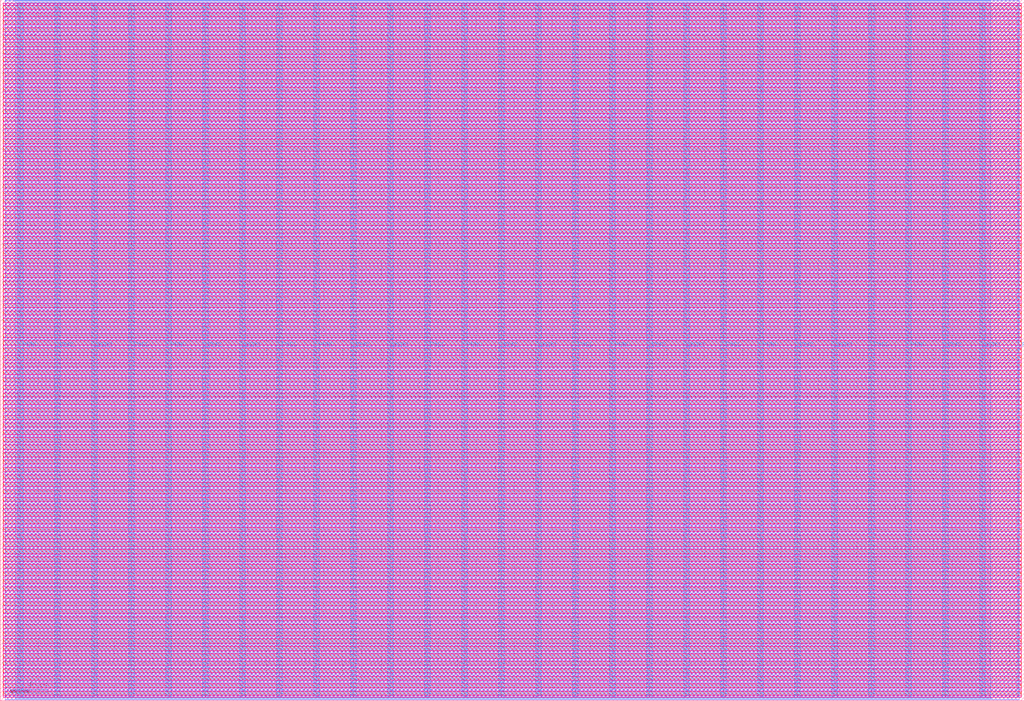
<source format=lef>
VERSION 5.7 ;
  NOWIREEXTENSIONATPIN ON ;
  DIVIDERCHAR "/" ;
  BUSBITCHARS "[]" ;
MACRO tt_um_algofoogle_raybox_zero
  CLASS BLOCK ;
  FOREIGN tt_um_algofoogle_raybox_zero ;
  ORIGIN 0.000 0.000 ;
  SIZE 1075.760 BY 736.960 ;
  PIN VGND
    DIRECTION INOUT ;
    USE GROUND ;
    PORT
      LAYER Metal4 ;
        RECT 22.180 3.620 23.780 733.340 ;
    END
    PORT
      LAYER Metal4 ;
        RECT 61.050 3.620 62.650 733.340 ;
    END
    PORT
      LAYER Metal4 ;
        RECT 99.920 3.620 101.520 733.340 ;
    END
    PORT
      LAYER Metal4 ;
        RECT 138.790 3.620 140.390 733.340 ;
    END
    PORT
      LAYER Metal4 ;
        RECT 177.660 3.620 179.260 733.340 ;
    END
    PORT
      LAYER Metal4 ;
        RECT 216.530 3.620 218.130 733.340 ;
    END
    PORT
      LAYER Metal4 ;
        RECT 255.400 3.620 257.000 733.340 ;
    END
    PORT
      LAYER Metal4 ;
        RECT 294.270 3.620 295.870 733.340 ;
    END
    PORT
      LAYER Metal4 ;
        RECT 333.140 3.620 334.740 733.340 ;
    END
    PORT
      LAYER Metal4 ;
        RECT 372.010 3.620 373.610 733.340 ;
    END
    PORT
      LAYER Metal4 ;
        RECT 410.880 3.620 412.480 733.340 ;
    END
    PORT
      LAYER Metal4 ;
        RECT 449.750 3.620 451.350 733.340 ;
    END
    PORT
      LAYER Metal4 ;
        RECT 488.620 3.620 490.220 733.340 ;
    END
    PORT
      LAYER Metal4 ;
        RECT 527.490 3.620 529.090 733.340 ;
    END
    PORT
      LAYER Metal4 ;
        RECT 566.360 3.620 567.960 733.340 ;
    END
    PORT
      LAYER Metal4 ;
        RECT 605.230 3.620 606.830 733.340 ;
    END
    PORT
      LAYER Metal4 ;
        RECT 644.100 3.620 645.700 733.340 ;
    END
    PORT
      LAYER Metal4 ;
        RECT 682.970 3.620 684.570 733.340 ;
    END
    PORT
      LAYER Metal4 ;
        RECT 721.840 3.620 723.440 733.340 ;
    END
    PORT
      LAYER Metal4 ;
        RECT 760.710 3.620 762.310 733.340 ;
    END
    PORT
      LAYER Metal4 ;
        RECT 799.580 3.620 801.180 733.340 ;
    END
    PORT
      LAYER Metal4 ;
        RECT 838.450 3.620 840.050 733.340 ;
    END
    PORT
      LAYER Metal4 ;
        RECT 877.320 3.620 878.920 733.340 ;
    END
    PORT
      LAYER Metal4 ;
        RECT 916.190 3.620 917.790 733.340 ;
    END
    PORT
      LAYER Metal4 ;
        RECT 955.060 3.620 956.660 733.340 ;
    END
    PORT
      LAYER Metal4 ;
        RECT 993.930 3.620 995.530 733.340 ;
    END
    PORT
      LAYER Metal4 ;
        RECT 1032.800 3.620 1034.400 733.340 ;
    END
  END VGND
  PIN VPWR
    DIRECTION INOUT ;
    USE POWER ;
    PORT
      LAYER Metal4 ;
        RECT 18.880 3.620 20.480 733.340 ;
    END
    PORT
      LAYER Metal4 ;
        RECT 57.750 3.620 59.350 733.340 ;
    END
    PORT
      LAYER Metal4 ;
        RECT 96.620 3.620 98.220 733.340 ;
    END
    PORT
      LAYER Metal4 ;
        RECT 135.490 3.620 137.090 733.340 ;
    END
    PORT
      LAYER Metal4 ;
        RECT 174.360 3.620 175.960 733.340 ;
    END
    PORT
      LAYER Metal4 ;
        RECT 213.230 3.620 214.830 733.340 ;
    END
    PORT
      LAYER Metal4 ;
        RECT 252.100 3.620 253.700 733.340 ;
    END
    PORT
      LAYER Metal4 ;
        RECT 290.970 3.620 292.570 733.340 ;
    END
    PORT
      LAYER Metal4 ;
        RECT 329.840 3.620 331.440 733.340 ;
    END
    PORT
      LAYER Metal4 ;
        RECT 368.710 3.620 370.310 733.340 ;
    END
    PORT
      LAYER Metal4 ;
        RECT 407.580 3.620 409.180 733.340 ;
    END
    PORT
      LAYER Metal4 ;
        RECT 446.450 3.620 448.050 733.340 ;
    END
    PORT
      LAYER Metal4 ;
        RECT 485.320 3.620 486.920 733.340 ;
    END
    PORT
      LAYER Metal4 ;
        RECT 524.190 3.620 525.790 733.340 ;
    END
    PORT
      LAYER Metal4 ;
        RECT 563.060 3.620 564.660 733.340 ;
    END
    PORT
      LAYER Metal4 ;
        RECT 601.930 3.620 603.530 733.340 ;
    END
    PORT
      LAYER Metal4 ;
        RECT 640.800 3.620 642.400 733.340 ;
    END
    PORT
      LAYER Metal4 ;
        RECT 679.670 3.620 681.270 733.340 ;
    END
    PORT
      LAYER Metal4 ;
        RECT 718.540 3.620 720.140 733.340 ;
    END
    PORT
      LAYER Metal4 ;
        RECT 757.410 3.620 759.010 733.340 ;
    END
    PORT
      LAYER Metal4 ;
        RECT 796.280 3.620 797.880 733.340 ;
    END
    PORT
      LAYER Metal4 ;
        RECT 835.150 3.620 836.750 733.340 ;
    END
    PORT
      LAYER Metal4 ;
        RECT 874.020 3.620 875.620 733.340 ;
    END
    PORT
      LAYER Metal4 ;
        RECT 912.890 3.620 914.490 733.340 ;
    END
    PORT
      LAYER Metal4 ;
        RECT 951.760 3.620 953.360 733.340 ;
    END
    PORT
      LAYER Metal4 ;
        RECT 990.630 3.620 992.230 733.340 ;
    END
    PORT
      LAYER Metal4 ;
        RECT 1029.500 3.620 1031.100 733.340 ;
    END
    PORT
      LAYER Metal4 ;
        RECT 1068.370 3.620 1069.970 733.340 ;
    END
  END VPWR
  PIN clk
    DIRECTION INPUT ;
    USE SIGNAL ;
    ANTENNAGATEAREA 9.476000 ;
    PORT
      LAYER Metal4 ;
        RECT 331.090 735.960 331.390 736.960 ;
    END
  END clk
  PIN ena
    DIRECTION INPUT ;
    USE SIGNAL ;
    PORT
      LAYER Metal4 ;
        RECT 338.370 735.960 338.670 736.960 ;
    END
  END ena
  PIN rst_n
    DIRECTION INPUT ;
    USE SIGNAL ;
    ANTENNAGATEAREA 8.816000 ;
    PORT
      LAYER Metal4 ;
        RECT 323.810 735.960 324.110 736.960 ;
    END
  END rst_n
  PIN ui_in[0]
    DIRECTION INPUT ;
    USE SIGNAL ;
    ANTENNAGATEAREA 1.102000 ;
    PORT
      LAYER Metal4 ;
        RECT 316.530 735.960 316.830 736.960 ;
    END
  END ui_in[0]
  PIN ui_in[1]
    DIRECTION INPUT ;
    USE SIGNAL ;
    ANTENNAGATEAREA 1.102000 ;
    PORT
      LAYER Metal4 ;
        RECT 309.250 735.960 309.550 736.960 ;
    END
  END ui_in[1]
  PIN ui_in[2]
    DIRECTION INPUT ;
    USE SIGNAL ;
    ANTENNAGATEAREA 1.102000 ;
    PORT
      LAYER Metal4 ;
        RECT 301.970 735.960 302.270 736.960 ;
    END
  END ui_in[2]
  PIN ui_in[3]
    DIRECTION INPUT ;
    USE SIGNAL ;
    ANTENNAGATEAREA 2.041500 ;
    PORT
      LAYER Metal4 ;
        RECT 294.690 735.960 294.990 736.960 ;
    END
  END ui_in[3]
  PIN ui_in[4]
    DIRECTION INPUT ;
    USE SIGNAL ;
    ANTENNAGATEAREA 2.006000 ;
    PORT
      LAYER Metal4 ;
        RECT 287.410 735.960 287.710 736.960 ;
    END
  END ui_in[4]
  PIN ui_in[5]
    DIRECTION INPUT ;
    USE SIGNAL ;
    ANTENNAGATEAREA 2.990500 ;
    PORT
      LAYER Metal4 ;
        RECT 280.130 735.960 280.430 736.960 ;
    END
  END ui_in[5]
  PIN ui_in[6]
    DIRECTION INPUT ;
    USE SIGNAL ;
    ANTENNAGATEAREA 23.653999 ;
    PORT
      LAYER Metal4 ;
        RECT 272.850 735.960 273.150 736.960 ;
    END
  END ui_in[6]
  PIN ui_in[7]
    DIRECTION INPUT ;
    USE SIGNAL ;
    ANTENNAGATEAREA 4.654000 ;
    PORT
      LAYER Metal4 ;
        RECT 265.570 735.960 265.870 736.960 ;
    END
  END ui_in[7]
  PIN uio_in[0]
    DIRECTION INPUT ;
    USE SIGNAL ;
    PORT
      LAYER Metal4 ;
        RECT 258.290 735.960 258.590 736.960 ;
    END
  END uio_in[0]
  PIN uio_in[1]
    DIRECTION INPUT ;
    USE SIGNAL ;
    ANTENNAGATEAREA 1.102000 ;
    PORT
      LAYER Metal4 ;
        RECT 251.010 735.960 251.310 736.960 ;
    END
  END uio_in[1]
  PIN uio_in[2]
    DIRECTION INPUT ;
    USE SIGNAL ;
    ANTENNAGATEAREA 1.102000 ;
    PORT
      LAYER Metal4 ;
        RECT 243.730 735.960 244.030 736.960 ;
    END
  END uio_in[2]
  PIN uio_in[3]
    DIRECTION INPUT ;
    USE SIGNAL ;
    PORT
      LAYER Metal4 ;
        RECT 236.450 735.960 236.750 736.960 ;
    END
  END uio_in[3]
  PIN uio_in[4]
    DIRECTION INPUT ;
    USE SIGNAL ;
    ANTENNAGATEAREA 2.204000 ;
    PORT
      LAYER Metal4 ;
        RECT 229.170 735.960 229.470 736.960 ;
    END
  END uio_in[4]
  PIN uio_in[5]
    DIRECTION INPUT ;
    USE SIGNAL ;
    ANTENNAGATEAREA 2.204000 ;
    PORT
      LAYER Metal4 ;
        RECT 221.890 735.960 222.190 736.960 ;
    END
  END uio_in[5]
  PIN uio_in[6]
    DIRECTION INPUT ;
    USE SIGNAL ;
    ANTENNAGATEAREA 2.204000 ;
    PORT
      LAYER Metal4 ;
        RECT 214.610 735.960 214.910 736.960 ;
    END
  END uio_in[6]
  PIN uio_in[7]
    DIRECTION INPUT ;
    USE SIGNAL ;
    PORT
      LAYER Metal4 ;
        RECT 207.330 735.960 207.630 736.960 ;
    END
  END uio_in[7]
  PIN uio_oe[0]
    DIRECTION OUTPUT ;
    USE SIGNAL ;
    ANTENNADIFFAREA 0.536800 ;
    PORT
      LAYER Metal4 ;
        RECT 83.570 735.960 83.870 736.960 ;
    END
  END uio_oe[0]
  PIN uio_oe[1]
    DIRECTION OUTPUT ;
    USE SIGNAL ;
    ANTENNADIFFAREA 3.879200 ;
    PORT
      LAYER Metal4 ;
        RECT 76.290 735.960 76.590 736.960 ;
    END
  END uio_oe[1]
  PIN uio_oe[2]
    DIRECTION OUTPUT ;
    USE SIGNAL ;
    ANTENNADIFFAREA 0.360800 ;
    PORT
      LAYER Metal4 ;
        RECT 69.010 735.960 69.310 736.960 ;
    END
  END uio_oe[2]
  PIN uio_oe[3]
    DIRECTION OUTPUT ;
    USE SIGNAL ;
    ANTENNADIFFAREA 0.536800 ;
    PORT
      LAYER Metal4 ;
        RECT 61.730 735.960 62.030 736.960 ;
    END
  END uio_oe[3]
  PIN uio_oe[4]
    DIRECTION OUTPUT ;
    USE SIGNAL ;
    ANTENNADIFFAREA 0.360800 ;
    PORT
      LAYER Metal4 ;
        RECT 54.450 735.960 54.750 736.960 ;
    END
  END uio_oe[4]
  PIN uio_oe[5]
    DIRECTION OUTPUT ;
    USE SIGNAL ;
    ANTENNADIFFAREA 0.360800 ;
    PORT
      LAYER Metal4 ;
        RECT 47.170 735.960 47.470 736.960 ;
    END
  END uio_oe[5]
  PIN uio_oe[6]
    DIRECTION OUTPUT ;
    USE SIGNAL ;
    ANTENNADIFFAREA 0.897600 ;
    PORT
      LAYER Metal4 ;
        RECT 39.890 735.960 40.190 736.960 ;
    END
  END uio_oe[6]
  PIN uio_oe[7]
    DIRECTION OUTPUT ;
    USE SIGNAL ;
    ANTENNAGATEAREA 3.640500 ;
    ANTENNADIFFAREA 0.748000 ;
    PORT
      LAYER Metal4 ;
        RECT 32.610 735.960 32.910 736.960 ;
    END
  END uio_oe[7]
  PIN uio_out[0]
    DIRECTION OUTPUT ;
    USE SIGNAL ;
    ANTENNADIFFAREA 4.731200 ;
    PORT
      LAYER Metal4 ;
        RECT 141.810 735.960 142.110 736.960 ;
    END
  END uio_out[0]
  PIN uio_out[1]
    DIRECTION OUTPUT ;
    USE SIGNAL ;
    ANTENNADIFFAREA 4.408000 ;
    PORT
      LAYER Metal4 ;
        RECT 134.530 735.960 134.830 736.960 ;
    END
  END uio_out[1]
  PIN uio_out[2]
    DIRECTION OUTPUT ;
    USE SIGNAL ;
    ANTENNADIFFAREA 0.360800 ;
    PORT
      LAYER Metal4 ;
        RECT 127.250 735.960 127.550 736.960 ;
    END
  END uio_out[2]
  PIN uio_out[3]
    DIRECTION OUTPUT ;
    USE SIGNAL ;
    ANTENNADIFFAREA 0.897600 ;
    PORT
      LAYER Metal4 ;
        RECT 119.970 735.960 120.270 736.960 ;
    END
  END uio_out[3]
  PIN uio_out[4]
    DIRECTION OUTPUT ;
    USE SIGNAL ;
    ANTENNADIFFAREA 0.360800 ;
    PORT
      LAYER Metal4 ;
        RECT 112.690 735.960 112.990 736.960 ;
    END
  END uio_out[4]
  PIN uio_out[5]
    DIRECTION OUTPUT ;
    USE SIGNAL ;
    ANTENNADIFFAREA 0.360800 ;
    PORT
      LAYER Metal4 ;
        RECT 105.410 735.960 105.710 736.960 ;
    END
  END uio_out[5]
  PIN uio_out[6]
    DIRECTION OUTPUT ;
    USE SIGNAL ;
    ANTENNADIFFAREA 0.897600 ;
    PORT
      LAYER Metal4 ;
        RECT 98.130 735.960 98.430 736.960 ;
    END
  END uio_out[6]
  PIN uio_out[7]
    DIRECTION OUTPUT ;
    USE SIGNAL ;
    ANTENNADIFFAREA 0.897600 ;
    PORT
      LAYER Metal4 ;
        RECT 90.850 735.960 91.150 736.960 ;
    END
  END uio_out[7]
  PIN uo_out[0]
    DIRECTION OUTPUT ;
    USE SIGNAL ;
    ANTENNADIFFAREA 2.304600 ;
    PORT
      LAYER Metal4 ;
        RECT 200.050 735.960 200.350 736.960 ;
    END
  END uo_out[0]
  PIN uo_out[1]
    DIRECTION OUTPUT ;
    USE SIGNAL ;
    ANTENNADIFFAREA 2.304600 ;
    PORT
      LAYER Metal4 ;
        RECT 192.770 735.960 193.070 736.960 ;
    END
  END uo_out[1]
  PIN uo_out[2]
    DIRECTION OUTPUT ;
    USE SIGNAL ;
    ANTENNADIFFAREA 2.304600 ;
    PORT
      LAYER Metal4 ;
        RECT 185.490 735.960 185.790 736.960 ;
    END
  END uo_out[2]
  PIN uo_out[3]
    DIRECTION OUTPUT ;
    USE SIGNAL ;
    ANTENNADIFFAREA 4.030500 ;
    PORT
      LAYER Metal4 ;
        RECT 178.210 735.960 178.510 736.960 ;
    END
  END uo_out[3]
  PIN uo_out[4]
    DIRECTION OUTPUT ;
    USE SIGNAL ;
    ANTENNADIFFAREA 2.304600 ;
    PORT
      LAYER Metal4 ;
        RECT 170.930 735.960 171.230 736.960 ;
    END
  END uo_out[4]
  PIN uo_out[5]
    DIRECTION OUTPUT ;
    USE SIGNAL ;
    ANTENNADIFFAREA 2.304600 ;
    PORT
      LAYER Metal4 ;
        RECT 163.650 735.960 163.950 736.960 ;
    END
  END uo_out[5]
  PIN uo_out[6]
    DIRECTION OUTPUT ;
    USE SIGNAL ;
    ANTENNADIFFAREA 2.304600 ;
    PORT
      LAYER Metal4 ;
        RECT 156.370 735.960 156.670 736.960 ;
    END
  END uo_out[6]
  PIN uo_out[7]
    DIRECTION OUTPUT ;
    USE SIGNAL ;
    ANTENNADIFFAREA 4.030500 ;
    PORT
      LAYER Metal4 ;
        RECT 149.090 735.960 149.390 736.960 ;
    END
  END uo_out[7]
  OBS
      LAYER Pwell ;
        RECT 2.930 731.280 1072.830 733.470 ;
      LAYER Nwell ;
        RECT 2.930 726.960 1072.830 731.280 ;
      LAYER Pwell ;
        RECT 2.930 723.440 1072.830 726.960 ;
      LAYER Nwell ;
        RECT 2.930 719.120 1072.830 723.440 ;
      LAYER Pwell ;
        RECT 2.930 715.600 1072.830 719.120 ;
      LAYER Nwell ;
        RECT 2.930 711.280 1072.830 715.600 ;
      LAYER Pwell ;
        RECT 2.930 707.760 1072.830 711.280 ;
      LAYER Nwell ;
        RECT 2.930 703.440 1072.830 707.760 ;
      LAYER Pwell ;
        RECT 2.930 699.920 1072.830 703.440 ;
      LAYER Nwell ;
        RECT 2.930 695.600 1072.830 699.920 ;
      LAYER Pwell ;
        RECT 2.930 692.080 1072.830 695.600 ;
      LAYER Nwell ;
        RECT 2.930 687.760 1072.830 692.080 ;
      LAYER Pwell ;
        RECT 2.930 684.240 1072.830 687.760 ;
      LAYER Nwell ;
        RECT 2.930 679.920 1072.830 684.240 ;
      LAYER Pwell ;
        RECT 2.930 676.400 1072.830 679.920 ;
      LAYER Nwell ;
        RECT 2.930 672.080 1072.830 676.400 ;
      LAYER Pwell ;
        RECT 2.930 668.560 1072.830 672.080 ;
      LAYER Nwell ;
        RECT 2.930 664.240 1072.830 668.560 ;
      LAYER Pwell ;
        RECT 2.930 660.720 1072.830 664.240 ;
      LAYER Nwell ;
        RECT 2.930 656.400 1072.830 660.720 ;
      LAYER Pwell ;
        RECT 2.930 652.880 1072.830 656.400 ;
      LAYER Nwell ;
        RECT 2.930 648.560 1072.830 652.880 ;
      LAYER Pwell ;
        RECT 2.930 645.040 1072.830 648.560 ;
      LAYER Nwell ;
        RECT 2.930 640.720 1072.830 645.040 ;
      LAYER Pwell ;
        RECT 2.930 637.200 1072.830 640.720 ;
      LAYER Nwell ;
        RECT 2.930 632.880 1072.830 637.200 ;
      LAYER Pwell ;
        RECT 2.930 629.360 1072.830 632.880 ;
      LAYER Nwell ;
        RECT 2.930 625.040 1072.830 629.360 ;
      LAYER Pwell ;
        RECT 2.930 621.520 1072.830 625.040 ;
      LAYER Nwell ;
        RECT 2.930 617.200 1072.830 621.520 ;
      LAYER Pwell ;
        RECT 2.930 613.680 1072.830 617.200 ;
      LAYER Nwell ;
        RECT 2.930 609.360 1072.830 613.680 ;
      LAYER Pwell ;
        RECT 2.930 605.840 1072.830 609.360 ;
      LAYER Nwell ;
        RECT 2.930 601.520 1072.830 605.840 ;
      LAYER Pwell ;
        RECT 2.930 598.000 1072.830 601.520 ;
      LAYER Nwell ;
        RECT 2.930 593.680 1072.830 598.000 ;
      LAYER Pwell ;
        RECT 2.930 590.160 1072.830 593.680 ;
      LAYER Nwell ;
        RECT 2.930 585.840 1072.830 590.160 ;
      LAYER Pwell ;
        RECT 2.930 582.320 1072.830 585.840 ;
      LAYER Nwell ;
        RECT 2.930 578.000 1072.830 582.320 ;
      LAYER Pwell ;
        RECT 2.930 574.480 1072.830 578.000 ;
      LAYER Nwell ;
        RECT 2.930 570.160 1072.830 574.480 ;
      LAYER Pwell ;
        RECT 2.930 566.640 1072.830 570.160 ;
      LAYER Nwell ;
        RECT 2.930 562.320 1072.830 566.640 ;
      LAYER Pwell ;
        RECT 2.930 558.800 1072.830 562.320 ;
      LAYER Nwell ;
        RECT 2.930 554.480 1072.830 558.800 ;
      LAYER Pwell ;
        RECT 2.930 550.960 1072.830 554.480 ;
      LAYER Nwell ;
        RECT 2.930 546.640 1072.830 550.960 ;
      LAYER Pwell ;
        RECT 2.930 543.120 1072.830 546.640 ;
      LAYER Nwell ;
        RECT 2.930 538.800 1072.830 543.120 ;
      LAYER Pwell ;
        RECT 2.930 535.280 1072.830 538.800 ;
      LAYER Nwell ;
        RECT 2.930 530.960 1072.830 535.280 ;
      LAYER Pwell ;
        RECT 2.930 527.440 1072.830 530.960 ;
      LAYER Nwell ;
        RECT 2.930 523.120 1072.830 527.440 ;
      LAYER Pwell ;
        RECT 2.930 519.600 1072.830 523.120 ;
      LAYER Nwell ;
        RECT 2.930 515.280 1072.830 519.600 ;
      LAYER Pwell ;
        RECT 2.930 511.760 1072.830 515.280 ;
      LAYER Nwell ;
        RECT 2.930 507.440 1072.830 511.760 ;
      LAYER Pwell ;
        RECT 2.930 503.920 1072.830 507.440 ;
      LAYER Nwell ;
        RECT 2.930 499.600 1072.830 503.920 ;
      LAYER Pwell ;
        RECT 2.930 496.080 1072.830 499.600 ;
      LAYER Nwell ;
        RECT 2.930 491.760 1072.830 496.080 ;
      LAYER Pwell ;
        RECT 2.930 488.240 1072.830 491.760 ;
      LAYER Nwell ;
        RECT 2.930 483.920 1072.830 488.240 ;
      LAYER Pwell ;
        RECT 2.930 480.400 1072.830 483.920 ;
      LAYER Nwell ;
        RECT 2.930 476.080 1072.830 480.400 ;
      LAYER Pwell ;
        RECT 2.930 472.560 1072.830 476.080 ;
      LAYER Nwell ;
        RECT 2.930 468.240 1072.830 472.560 ;
      LAYER Pwell ;
        RECT 2.930 464.720 1072.830 468.240 ;
      LAYER Nwell ;
        RECT 2.930 460.400 1072.830 464.720 ;
      LAYER Pwell ;
        RECT 2.930 456.880 1072.830 460.400 ;
      LAYER Nwell ;
        RECT 2.930 452.560 1072.830 456.880 ;
      LAYER Pwell ;
        RECT 2.930 449.040 1072.830 452.560 ;
      LAYER Nwell ;
        RECT 2.930 444.720 1072.830 449.040 ;
      LAYER Pwell ;
        RECT 2.930 441.200 1072.830 444.720 ;
      LAYER Nwell ;
        RECT 2.930 436.880 1072.830 441.200 ;
      LAYER Pwell ;
        RECT 2.930 433.360 1072.830 436.880 ;
      LAYER Nwell ;
        RECT 2.930 429.040 1072.830 433.360 ;
      LAYER Pwell ;
        RECT 2.930 425.520 1072.830 429.040 ;
      LAYER Nwell ;
        RECT 2.930 421.200 1072.830 425.520 ;
      LAYER Pwell ;
        RECT 2.930 417.680 1072.830 421.200 ;
      LAYER Nwell ;
        RECT 2.930 413.360 1072.830 417.680 ;
      LAYER Pwell ;
        RECT 2.930 409.840 1072.830 413.360 ;
      LAYER Nwell ;
        RECT 2.930 405.520 1072.830 409.840 ;
      LAYER Pwell ;
        RECT 2.930 402.000 1072.830 405.520 ;
      LAYER Nwell ;
        RECT 2.930 397.680 1072.830 402.000 ;
      LAYER Pwell ;
        RECT 2.930 394.160 1072.830 397.680 ;
      LAYER Nwell ;
        RECT 2.930 389.840 1072.830 394.160 ;
      LAYER Pwell ;
        RECT 2.930 386.320 1072.830 389.840 ;
      LAYER Nwell ;
        RECT 2.930 382.000 1072.830 386.320 ;
      LAYER Pwell ;
        RECT 2.930 378.480 1072.830 382.000 ;
      LAYER Nwell ;
        RECT 2.930 374.160 1072.830 378.480 ;
      LAYER Pwell ;
        RECT 2.930 370.640 1072.830 374.160 ;
      LAYER Nwell ;
        RECT 2.930 366.320 1072.830 370.640 ;
      LAYER Pwell ;
        RECT 2.930 362.800 1072.830 366.320 ;
      LAYER Nwell ;
        RECT 2.930 358.480 1072.830 362.800 ;
      LAYER Pwell ;
        RECT 2.930 354.960 1072.830 358.480 ;
      LAYER Nwell ;
        RECT 2.930 350.640 1072.830 354.960 ;
      LAYER Pwell ;
        RECT 2.930 347.120 1072.830 350.640 ;
      LAYER Nwell ;
        RECT 2.930 342.800 1072.830 347.120 ;
      LAYER Pwell ;
        RECT 2.930 339.280 1072.830 342.800 ;
      LAYER Nwell ;
        RECT 2.930 334.960 1072.830 339.280 ;
      LAYER Pwell ;
        RECT 2.930 331.440 1072.830 334.960 ;
      LAYER Nwell ;
        RECT 2.930 327.120 1072.830 331.440 ;
      LAYER Pwell ;
        RECT 2.930 323.600 1072.830 327.120 ;
      LAYER Nwell ;
        RECT 2.930 319.280 1072.830 323.600 ;
      LAYER Pwell ;
        RECT 2.930 315.760 1072.830 319.280 ;
      LAYER Nwell ;
        RECT 2.930 311.440 1072.830 315.760 ;
      LAYER Pwell ;
        RECT 2.930 307.920 1072.830 311.440 ;
      LAYER Nwell ;
        RECT 2.930 303.600 1072.830 307.920 ;
      LAYER Pwell ;
        RECT 2.930 300.080 1072.830 303.600 ;
      LAYER Nwell ;
        RECT 2.930 295.760 1072.830 300.080 ;
      LAYER Pwell ;
        RECT 2.930 292.240 1072.830 295.760 ;
      LAYER Nwell ;
        RECT 2.930 287.920 1072.830 292.240 ;
      LAYER Pwell ;
        RECT 2.930 284.400 1072.830 287.920 ;
      LAYER Nwell ;
        RECT 2.930 280.080 1072.830 284.400 ;
      LAYER Pwell ;
        RECT 2.930 276.560 1072.830 280.080 ;
      LAYER Nwell ;
        RECT 2.930 272.240 1072.830 276.560 ;
      LAYER Pwell ;
        RECT 2.930 268.720 1072.830 272.240 ;
      LAYER Nwell ;
        RECT 2.930 264.400 1072.830 268.720 ;
      LAYER Pwell ;
        RECT 2.930 260.880 1072.830 264.400 ;
      LAYER Nwell ;
        RECT 2.930 256.560 1072.830 260.880 ;
      LAYER Pwell ;
        RECT 2.930 253.040 1072.830 256.560 ;
      LAYER Nwell ;
        RECT 2.930 248.720 1072.830 253.040 ;
      LAYER Pwell ;
        RECT 2.930 245.200 1072.830 248.720 ;
      LAYER Nwell ;
        RECT 2.930 240.880 1072.830 245.200 ;
      LAYER Pwell ;
        RECT 2.930 237.360 1072.830 240.880 ;
      LAYER Nwell ;
        RECT 2.930 233.040 1072.830 237.360 ;
      LAYER Pwell ;
        RECT 2.930 229.520 1072.830 233.040 ;
      LAYER Nwell ;
        RECT 2.930 225.200 1072.830 229.520 ;
      LAYER Pwell ;
        RECT 2.930 221.680 1072.830 225.200 ;
      LAYER Nwell ;
        RECT 2.930 217.360 1072.830 221.680 ;
      LAYER Pwell ;
        RECT 2.930 213.840 1072.830 217.360 ;
      LAYER Nwell ;
        RECT 2.930 209.520 1072.830 213.840 ;
      LAYER Pwell ;
        RECT 2.930 206.000 1072.830 209.520 ;
      LAYER Nwell ;
        RECT 2.930 201.680 1072.830 206.000 ;
      LAYER Pwell ;
        RECT 2.930 198.160 1072.830 201.680 ;
      LAYER Nwell ;
        RECT 2.930 193.840 1072.830 198.160 ;
      LAYER Pwell ;
        RECT 2.930 190.320 1072.830 193.840 ;
      LAYER Nwell ;
        RECT 2.930 186.000 1072.830 190.320 ;
      LAYER Pwell ;
        RECT 2.930 182.480 1072.830 186.000 ;
      LAYER Nwell ;
        RECT 2.930 178.160 1072.830 182.480 ;
      LAYER Pwell ;
        RECT 2.930 174.640 1072.830 178.160 ;
      LAYER Nwell ;
        RECT 2.930 170.320 1072.830 174.640 ;
      LAYER Pwell ;
        RECT 2.930 166.800 1072.830 170.320 ;
      LAYER Nwell ;
        RECT 2.930 162.480 1072.830 166.800 ;
      LAYER Pwell ;
        RECT 2.930 158.960 1072.830 162.480 ;
      LAYER Nwell ;
        RECT 2.930 154.640 1072.830 158.960 ;
      LAYER Pwell ;
        RECT 2.930 151.120 1072.830 154.640 ;
      LAYER Nwell ;
        RECT 2.930 146.800 1072.830 151.120 ;
      LAYER Pwell ;
        RECT 2.930 143.280 1072.830 146.800 ;
      LAYER Nwell ;
        RECT 2.930 138.960 1072.830 143.280 ;
      LAYER Pwell ;
        RECT 2.930 135.440 1072.830 138.960 ;
      LAYER Nwell ;
        RECT 2.930 131.120 1072.830 135.440 ;
      LAYER Pwell ;
        RECT 2.930 127.600 1072.830 131.120 ;
      LAYER Nwell ;
        RECT 2.930 123.280 1072.830 127.600 ;
      LAYER Pwell ;
        RECT 2.930 119.760 1072.830 123.280 ;
      LAYER Nwell ;
        RECT 2.930 115.440 1072.830 119.760 ;
      LAYER Pwell ;
        RECT 2.930 111.920 1072.830 115.440 ;
      LAYER Nwell ;
        RECT 2.930 107.600 1072.830 111.920 ;
      LAYER Pwell ;
        RECT 2.930 104.080 1072.830 107.600 ;
      LAYER Nwell ;
        RECT 2.930 99.760 1072.830 104.080 ;
      LAYER Pwell ;
        RECT 2.930 96.240 1072.830 99.760 ;
      LAYER Nwell ;
        RECT 2.930 91.920 1072.830 96.240 ;
      LAYER Pwell ;
        RECT 2.930 88.400 1072.830 91.920 ;
      LAYER Nwell ;
        RECT 2.930 84.080 1072.830 88.400 ;
      LAYER Pwell ;
        RECT 2.930 80.560 1072.830 84.080 ;
      LAYER Nwell ;
        RECT 2.930 76.240 1072.830 80.560 ;
      LAYER Pwell ;
        RECT 2.930 72.720 1072.830 76.240 ;
      LAYER Nwell ;
        RECT 2.930 68.400 1072.830 72.720 ;
      LAYER Pwell ;
        RECT 2.930 64.880 1072.830 68.400 ;
      LAYER Nwell ;
        RECT 2.930 60.560 1072.830 64.880 ;
      LAYER Pwell ;
        RECT 2.930 57.040 1072.830 60.560 ;
      LAYER Nwell ;
        RECT 2.930 52.720 1072.830 57.040 ;
      LAYER Pwell ;
        RECT 2.930 49.200 1072.830 52.720 ;
      LAYER Nwell ;
        RECT 2.930 44.880 1072.830 49.200 ;
      LAYER Pwell ;
        RECT 2.930 41.360 1072.830 44.880 ;
      LAYER Nwell ;
        RECT 2.930 37.040 1072.830 41.360 ;
      LAYER Pwell ;
        RECT 2.930 33.520 1072.830 37.040 ;
      LAYER Nwell ;
        RECT 2.930 29.200 1072.830 33.520 ;
      LAYER Pwell ;
        RECT 2.930 25.680 1072.830 29.200 ;
      LAYER Nwell ;
        RECT 2.930 21.360 1072.830 25.680 ;
      LAYER Pwell ;
        RECT 2.930 17.840 1072.830 21.360 ;
      LAYER Nwell ;
        RECT 2.930 13.520 1072.830 17.840 ;
      LAYER Pwell ;
        RECT 2.930 10.000 1072.830 13.520 ;
      LAYER Nwell ;
        RECT 2.930 5.680 1072.830 10.000 ;
      LAYER Pwell ;
        RECT 2.930 3.490 1072.830 5.680 ;
      LAYER Metal1 ;
        RECT 3.360 3.620 1072.400 733.340 ;
      LAYER Metal2 ;
        RECT 5.180 1.210 1070.580 736.310 ;
      LAYER Metal3 ;
        RECT 5.130 1.260 1070.630 736.260 ;
      LAYER Metal4 ;
        RECT 15.820 735.660 32.310 735.960 ;
        RECT 33.210 735.660 39.590 735.960 ;
        RECT 40.490 735.660 46.870 735.960 ;
        RECT 47.770 735.660 54.150 735.960 ;
        RECT 55.050 735.660 61.430 735.960 ;
        RECT 62.330 735.660 68.710 735.960 ;
        RECT 69.610 735.660 75.990 735.960 ;
        RECT 76.890 735.660 83.270 735.960 ;
        RECT 84.170 735.660 90.550 735.960 ;
        RECT 91.450 735.660 97.830 735.960 ;
        RECT 98.730 735.660 105.110 735.960 ;
        RECT 106.010 735.660 112.390 735.960 ;
        RECT 113.290 735.660 119.670 735.960 ;
        RECT 120.570 735.660 126.950 735.960 ;
        RECT 127.850 735.660 134.230 735.960 ;
        RECT 135.130 735.660 141.510 735.960 ;
        RECT 142.410 735.660 148.790 735.960 ;
        RECT 149.690 735.660 156.070 735.960 ;
        RECT 156.970 735.660 163.350 735.960 ;
        RECT 164.250 735.660 170.630 735.960 ;
        RECT 171.530 735.660 177.910 735.960 ;
        RECT 178.810 735.660 185.190 735.960 ;
        RECT 186.090 735.660 192.470 735.960 ;
        RECT 193.370 735.660 199.750 735.960 ;
        RECT 200.650 735.660 207.030 735.960 ;
        RECT 207.930 735.660 214.310 735.960 ;
        RECT 215.210 735.660 221.590 735.960 ;
        RECT 222.490 735.660 228.870 735.960 ;
        RECT 229.770 735.660 236.150 735.960 ;
        RECT 237.050 735.660 243.430 735.960 ;
        RECT 244.330 735.660 250.710 735.960 ;
        RECT 251.610 735.660 257.990 735.960 ;
        RECT 258.890 735.660 265.270 735.960 ;
        RECT 266.170 735.660 272.550 735.960 ;
        RECT 273.450 735.660 279.830 735.960 ;
        RECT 280.730 735.660 287.110 735.960 ;
        RECT 288.010 735.660 294.390 735.960 ;
        RECT 295.290 735.660 301.670 735.960 ;
        RECT 302.570 735.660 308.950 735.960 ;
        RECT 309.850 735.660 316.230 735.960 ;
        RECT 317.130 735.660 323.510 735.960 ;
        RECT 324.410 735.660 330.790 735.960 ;
        RECT 331.690 735.660 338.070 735.960 ;
        RECT 338.970 735.660 1040.340 735.960 ;
        RECT 15.820 733.640 1040.340 735.660 ;
        RECT 15.820 3.320 18.580 733.640 ;
        RECT 20.780 3.320 21.880 733.640 ;
        RECT 24.080 3.320 57.450 733.640 ;
        RECT 59.650 3.320 60.750 733.640 ;
        RECT 62.950 3.320 96.320 733.640 ;
        RECT 98.520 3.320 99.620 733.640 ;
        RECT 101.820 3.320 135.190 733.640 ;
        RECT 137.390 3.320 138.490 733.640 ;
        RECT 140.690 3.320 174.060 733.640 ;
        RECT 176.260 3.320 177.360 733.640 ;
        RECT 179.560 3.320 212.930 733.640 ;
        RECT 215.130 3.320 216.230 733.640 ;
        RECT 218.430 3.320 251.800 733.640 ;
        RECT 254.000 3.320 255.100 733.640 ;
        RECT 257.300 3.320 290.670 733.640 ;
        RECT 292.870 3.320 293.970 733.640 ;
        RECT 296.170 3.320 329.540 733.640 ;
        RECT 331.740 3.320 332.840 733.640 ;
        RECT 335.040 3.320 368.410 733.640 ;
        RECT 370.610 3.320 371.710 733.640 ;
        RECT 373.910 3.320 407.280 733.640 ;
        RECT 409.480 3.320 410.580 733.640 ;
        RECT 412.780 3.320 446.150 733.640 ;
        RECT 448.350 3.320 449.450 733.640 ;
        RECT 451.650 3.320 485.020 733.640 ;
        RECT 487.220 3.320 488.320 733.640 ;
        RECT 490.520 3.320 523.890 733.640 ;
        RECT 526.090 3.320 527.190 733.640 ;
        RECT 529.390 3.320 562.760 733.640 ;
        RECT 564.960 3.320 566.060 733.640 ;
        RECT 568.260 3.320 601.630 733.640 ;
        RECT 603.830 3.320 604.930 733.640 ;
        RECT 607.130 3.320 640.500 733.640 ;
        RECT 642.700 3.320 643.800 733.640 ;
        RECT 646.000 3.320 679.370 733.640 ;
        RECT 681.570 3.320 682.670 733.640 ;
        RECT 684.870 3.320 718.240 733.640 ;
        RECT 720.440 3.320 721.540 733.640 ;
        RECT 723.740 3.320 757.110 733.640 ;
        RECT 759.310 3.320 760.410 733.640 ;
        RECT 762.610 3.320 795.980 733.640 ;
        RECT 798.180 3.320 799.280 733.640 ;
        RECT 801.480 3.320 834.850 733.640 ;
        RECT 837.050 3.320 838.150 733.640 ;
        RECT 840.350 3.320 873.720 733.640 ;
        RECT 875.920 3.320 877.020 733.640 ;
        RECT 879.220 3.320 912.590 733.640 ;
        RECT 914.790 3.320 915.890 733.640 ;
        RECT 918.090 3.320 951.460 733.640 ;
        RECT 953.660 3.320 954.760 733.640 ;
        RECT 956.960 3.320 990.330 733.640 ;
        RECT 992.530 3.320 993.630 733.640 ;
        RECT 995.830 3.320 1029.200 733.640 ;
        RECT 1031.400 3.320 1032.500 733.640 ;
        RECT 1034.700 3.320 1040.340 733.640 ;
        RECT 15.820 2.330 1040.340 3.320 ;
  END
END tt_um_algofoogle_raybox_zero
END LIBRARY


</source>
